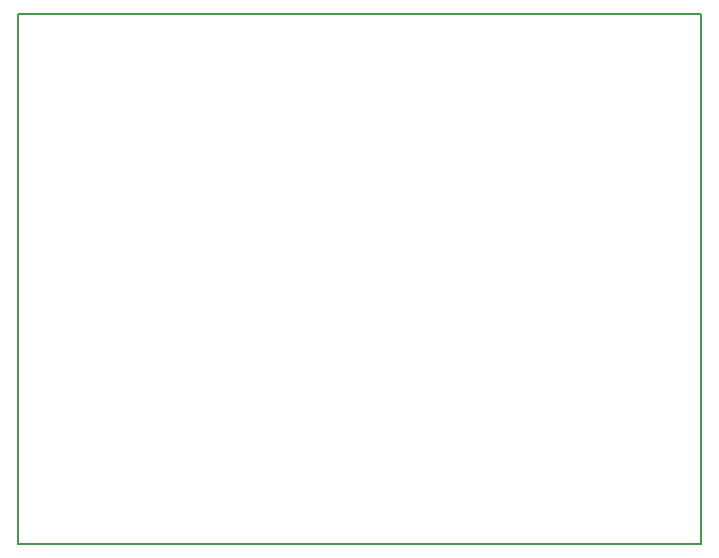
<source format=gm1>
G04 MADE WITH FRITZING*
G04 WWW.FRITZING.ORG*
G04 DOUBLE SIDED*
G04 HOLES PLATED*
G04 CONTOUR ON CENTER OF CONTOUR VECTOR*
%ASAXBY*%
%FSLAX23Y23*%
%MOIN*%
%OFA0B0*%
%SFA1.0B1.0*%
%ADD10R,2.283460X1.771650*%
%ADD11C,0.008000*%
%ADD10C,0.008*%
%LNCONTOUR*%
G90*
G70*
G54D10*
G54D11*
X4Y1768D02*
X2279Y1768D01*
X2279Y4D01*
X4Y4D01*
X4Y1768D01*
D02*
G04 End of contour*
M02*
</source>
